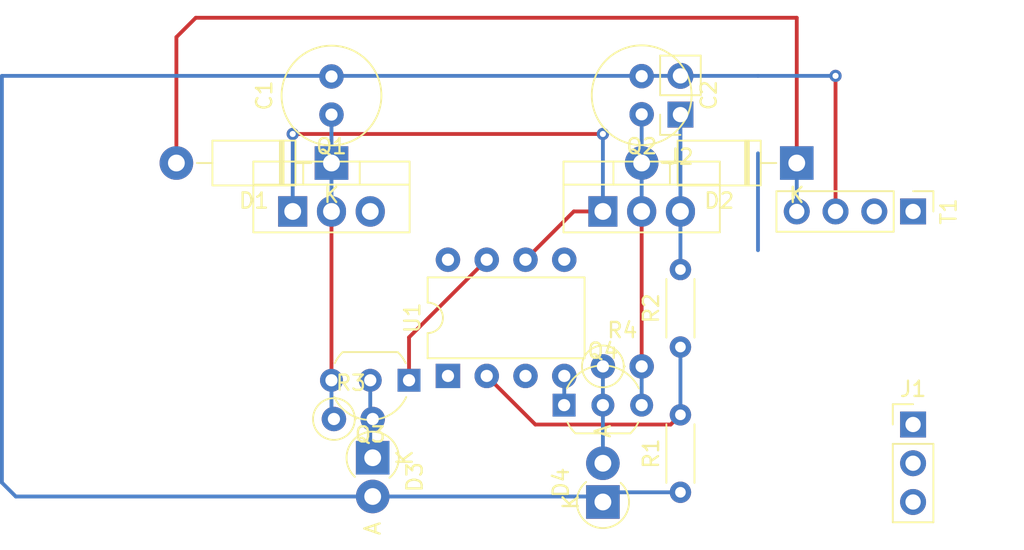
<source format=kicad_pcb>
(kicad_pcb (version 20211014) (generator pcbnew)
  (layers (0 "F.Cu" signal) (31 "B.Cu" signal) (34 "B.Paste" user) (35 "F.Paste" user) (36 "B.SilkS" user "B.Silkscreen") (37 "F.SilkS" user "F.Silkscreen") (38 "B.Mask" user) (39 "F.Mask" user) (44 "Edge.Cuts" user))
  (net 0 "")
  (net 1 "+VDC")
  (net 2 "GND")
  (net 3 "-VDC")
  (net 4 "Net-(D1-Pad2)")
  (net 5 "Net-(D3-Pad1)")
  (net 6 "Net-(D4-Pad2)")
  (net 7 "/Vout")
  (net 8 "+15V")
  (net 9 "-15V")
  (net 10 "VAC")
  (net 11 "GNDPWR")
  (net 13 "/left")
  (net 16 "/right")
  (net 17 "/ctrl")
  (net 18 "/fb")
  (footprint "Package_TO_SOT_THT:TO-220-3_Vertical" (layer "F.Cu") (at 66.04 88.9)
    (fp_text reference "Q2" (at 2.54 -4.27) (layer "F.SilkS"))
    (fp_text value "TIP30C")
    (fp_line (start 7.66 -3.27) (end 7.66 1.371) (layer "F.SilkS") (width 0.12))
    (fp_line (start -2.58 -3.27) (end -2.58 1.371) (layer "F.SilkS") (width 0.12))
    (fp_line (start -2.58 -3.27) (end 7.66 -3.27) (layer "F.SilkS") (width 0.12))
    (fp_line (start -2.58 1.371) (end 7.66 1.371) (layer "F.SilkS") (width 0.12))
    (fp_line (start 4.391 -3.27) (end 4.391 -1.76) (layer "F.SilkS") (width 0.12))
    (fp_line (start 0.69 -3.27) (end 0.69 -1.76) (layer "F.SilkS") (width 0.12))
    (fp_line (start -2.58 -1.76) (end 7.66 -1.76) (layer "F.SilkS") (width 0.12))
    (pad "1" thru_hole rect (at 0 0) (size 1.905 2) (drill 1.1) (layers *.Cu *.Mask) (net 17 "/ctrl"))
    (pad "2" thru_hole oval (at 2.54 0) (size 1.905 2) (drill 1.1) (layers *.Cu *.Mask) (net 3 "-VDC"))
    (pad "3" thru_hole oval (at 5.08 0) (size 1.905 2) (drill 1.1) (layers *.Cu *.Mask) (net 7 "/Vout"))
  )
  (footprint "Resistor_THT:R_Axial_DIN0204_L3.6mm_D1.6mm_P5.08mm_Horizontal" (layer "F.Cu") (at 71.12 97.79 90)
    (fp_text reference "R2" (at 2.54 -1.92 90) (layer "F.SilkS"))
    (fp_text value "100k")
    (fp_line (start 0.62 -0.92) (end 4.46 -0.92) (layer "F.SilkS") (width 0.12))
    (fp_line (start 0.62 0.92) (end 4.46 0.92) (layer "F.SilkS") (width 0.12))
    (pad "1" thru_hole circle (at 0 0 90) (size 1.4 1.4) (drill 0.7) (layers *.Cu *.Mask) (net 18 "/fb"))
    (pad "2" thru_hole oval (at 5.08 0 90) (size 1.4 1.4) (drill 0.7) (layers *.Cu *.Mask) (net 7 "/Vout"))
  )
  (footprint "Package_TO_SOT_THT:TO-220-3_Vertical" (layer "F.Cu") (at 45.72 88.9)
    (fp_text reference "Q1" (at 2.54 -4.27) (layer "F.SilkS"))
    (fp_text value "TIP29C")
    (fp_line (start -2.58 -1.76) (end 7.66 -1.76) (layer "F.SilkS") (width 0.12))
    (fp_line (start 7.66 -3.27) (end 7.66 1.371) (layer "F.SilkS") (width 0.12))
    (fp_line (start 4.391 -3.27) (end 4.391 -1.76) (layer "F.SilkS") (width 0.12))
    (fp_line (start 0.69 -3.27) (end 0.69 -1.76) (layer "F.SilkS") (width 0.12))
    (fp_line (start -2.58 1.371) (end 7.66 1.371) (layer "F.SilkS") (width 0.12))
    (fp_line (start -2.58 -3.27) (end 7.66 -3.27) (layer "F.SilkS") (width 0.12))
    (fp_line (start -2.58 -3.27) (end -2.58 1.371) (layer "F.SilkS") (width 0.12))
    (pad "1" thru_hole rect (at 0 0) (size 1.905 2) (drill 1.1) (layers *.Cu *.Mask) (net 17 "/ctrl"))
    (pad "2" thru_hole oval (at 2.54 0) (size 1.905 2) (drill 1.1) (layers *.Cu *.Mask) (net 1 "+VDC"))
    (pad "3" thru_hole oval (at 5.08 0) (size 1.905 2) (drill 1.1) (layers *.Cu *.Mask) (net 7 "/Vout"))
  )
  (footprint "Diode_THT:D_DO-41_SOD81_P10.16mm_Horizontal" (layer "F.Cu") (at 48.26 85.725 180)
    (fp_text reference "D1" (at 5.08 -2.47) (layer "F.SilkS"))
    (fp_text value "1N4004")
    (fp_text user "K" (at 0 -2.1) (layer "F.SilkS"))
    (fp_line (start 2.36 1.47) (end 7.8 1.47) (layer "F.SilkS") (width 0.12))
    (fp_line (start 3.26 -1.47) (end 3.26 1.47) (layer "F.SilkS") (width 0.12))
    (fp_line (start 7.8 -1.47) (end 2.36 -1.47) (layer "F.SilkS") (width 0.12))
    (fp_line (start 3.38 -1.47) (end 3.38 1.47) (layer "F.SilkS") (width 0.12))
    (fp_line (start 1.34 0) (end 2.36 0) (layer "F.SilkS") (width 0.12))
    (fp_line (start 3.14 -1.47) (end 3.14 1.47) (layer "F.SilkS") (width 0.12))
    (fp_line (start 8.82 0) (end 7.8 0) (layer "F.SilkS") (width 0.12))
    (fp_line (start 2.36 -1.47) (end 2.36 1.47) (layer "F.SilkS") (width 0.12))
    (fp_line (start 7.8 1.47) (end 7.8 -1.47) (layer "F.SilkS") (width 0.12))
    (pad "1" thru_hole rect (at 0 0 180) (size 2.2 2.2) (drill 1.1) (layers *.Cu *.Mask) (net 1 "+VDC"))
    (pad "2" thru_hole oval (at 10.16 0 180) (size 2.2 2.2) (drill 1.1) (layers *.Cu *.Mask) (net 4 "Net-(D1-Pad2)"))
  )
  (footprint "Connector_PinSocket_2.54mm:PinSocket_1x02_P2.54mm_Vertical" (layer "F.Cu") (at 71.12 82.55 180)
    (fp_text reference "J2" (at 0 -2.77) (layer "F.SilkS"))
    (fp_text value "Conn_01x02_Female")
    (fp_line (start -1.33 1.27) (end 1.33 1.27) (layer "F.SilkS") (width 0.12))
    (fp_line (start -1.33 1.27) (end -1.33 3.87) (layer "F.SilkS") (width 0.12))
    (fp_line (start 1.33 1.27) (end 1.33 3.87) (layer "F.SilkS") (width 0.12))
    (fp_line (start 0 -1.33) (end 1.33 -1.33) (layer "F.SilkS") (width 0.12))
    (fp_line (start -1.33 3.87) (end 1.33 3.87) (layer "F.SilkS") (width 0.12))
    (fp_line (start 1.33 -1.33) (end 1.33 0) (layer "F.SilkS") (width 0.12))
    (pad "1" thru_hole rect (at 0 0 180) (size 1.7 1.7) (drill 1) (layers *.Cu *.Mask) (net 7 "/Vout"))
    (pad "2" thru_hole oval (at 0 2.54 180) (size 1.7 1.7) (drill 1) (layers *.Cu *.Mask) (net 2 "GND"))
  )
  (footprint "Resistor_THT:R_Axial_DIN0204_L3.6mm_D1.6mm_P5.08mm_Horizontal" (layer "F.Cu") (at 71.12 107.315 90)
    (fp_text reference "R1" (at 2.54 -1.92 90) (layer "F.SilkS"))
    (fp_text value "470")
    (fp_line (start 0.62 -0.92) (end 4.46 -0.92) (layer "F.SilkS") (width 0.12))
    (fp_line (start 0.62 0.92) (end 4.46 0.92) (layer "F.SilkS") (width 0.12))
    (pad "1" thru_hole circle (at 0 0 90) (size 1.4 1.4) (drill 0.7) (layers *.Cu *.Mask) (net 2 "GND"))
    (pad "2" thru_hole oval (at 5.08 0 90) (size 1.4 1.4) (drill 0.7) (layers *.Cu *.Mask) (net 18 "/fb"))
  )
  (footprint "Capacitor_THT:C_Radial_D6.3mm_H5.0mm_P2.50mm" (layer "F.Cu") (at 68.58 80.03 -90)
    (fp_text reference "C2" (at 1.25 -4.4 90) (layer "F.SilkS"))
    (fp_text value "680uF")
    (fp_circle (center 1.25 0) (end 4.52 0) (layer "F.SilkS") (width 0.12) (fill none))
    (pad "1" thru_hole circle (at 0 0 270) (size 1.6 1.6) (drill 0.8) (layers *.Cu *.Mask) (net 2 "GND"))
    (pad "2" thru_hole circle (at 2.5 0 270) (size 1.6 1.6) (drill 0.8) (layers *.Cu *.Mask) (net 3 "-VDC"))
  )
  (footprint "Package_TO_SOT_THT:TO-92_Inline_Wide" (layer "F.Cu") (at 53.34 99.97 180)
    (fp_text reference "Q3" (at 2.54 -3.56) (layer "F.SilkS"))
    (fp_text value "2N3904")
    (fp_line (start 0.74 1.85) (end 4.34 1.85) (layer "F.SilkS") (width 0.12))
    (fp_arc (start 0.74 1.85) (mid 0.446097 1.509328) (end 0.215816 1.122795) (layer "F.SilkS") (width 0.12))
    (fp_arc (start 2.54 -2.6) (mid 3.936979 -2.192818) (end 4.8964 -1.098807) (layer "F.SilkS") (width 0.12))
    (fp_arc (start 4.864184 1.122795) (mid 4.633903 1.509328) (end 4.34 1.85) (layer "F.SilkS") (width 0.12))
    (fp_arc (start 0.1836 -1.098807) (mid 1.143021 -2.192817) (end 2.54 -2.6) (layer "F.SilkS") (width 0.12))
    (pad "1" thru_hole rect (at 0 0 180) (size 1.5 1.5) (drill 0.8) (layers *.Cu *.Mask) (net 8 "+15V"))
    (pad "2" thru_hole circle (at 2.54 0 180) (size 1.5 1.5) (drill 0.8) (layers *.Cu *.Mask) (net 5 "Net-(D3-Pad1)"))
    (pad "3" thru_hole circle (at 5.08 0 180) (size 1.5 1.5) (drill 0.8) (layers *.Cu *.Mask) (net 1 "+VDC"))
  )
  (footprint "Diode_THT:D_DO-41_SOD81_P10.16mm_Horizontal" (layer "F.Cu") (at 78.74 85.725 180)
    (fp_text reference "D2" (at 5.08 -2.47) (layer "F.SilkS"))
    (fp_text value "1N4004")
    (fp_text user "K" (at 0 -2.1) (layer "F.SilkS"))
    (fp_line (start 8.82 0) (end 7.8 0) (layer "F.SilkS") (width 0.12))
    (fp_line (start 2.36 -1.47) (end 2.36 1.47) (layer "F.SilkS") (width 0.12))
    (fp_line (start 3.14 -1.47) (end 3.14 1.47) (layer "F.SilkS") (width 0.12))
    (fp_line (start 7.8 -1.47) (end 2.36 -1.47) (layer "F.SilkS") (width 0.12))
    (fp_line (start 7.8 1.47) (end 7.8 -1.47) (layer "F.SilkS") (width 0.12))
    (fp_line (start 3.26 -1.47) (end 3.26 1.47) (layer "F.SilkS") (width 0.12))
    (fp_line (start 2.36 1.47) (end 7.8 1.47) (layer "F.SilkS") (width 0.12))
    (fp_line (start 1.34 0) (end 2.36 0) (layer "F.SilkS") (width 0.12))
    (fp_line (start 3.38 -1.47) (end 3.38 1.47) (layer "F.SilkS") (width 0.12))
    (pad "1" thru_hole rect (at 0 0 180) (size 2.2 2.2) (drill 1.1) (layers *.Cu *.Mask) (net 4 "Net-(D1-Pad2)"))
    (pad "2" thru_hole oval (at 10.16 0 180) (size 2.2 2.2) (drill 1.1) (layers *.Cu *.Mask) (net 3 "-VDC"))
  )
  (footprint "Resistor_THT:R_Axial_DIN0207_L6.3mm_D2.5mm_P2.54mm_Vertical" (layer "F.Cu") (at 66.04 99.06)
    (fp_text reference "R4" (at 1.27 -2.37) (layer "F.SilkS"))
    (fp_text value "10k")
    (fp_line (start 1.37 0) (end 1.44 0) (layer "F.SilkS") (width 0.12))
    (fp_circle (center 0 0) (end 1.37 0) (layer "F.SilkS") (width 0.12) (fill none))
    (pad "1" thru_hole circle (at 0 0) (size 1.6 1.6) (drill 0.8) (layers *.Cu *.Mask) (net 6 "Net-(D4-Pad2)"))
    (pad "2" thru_hole oval (at 2.54 0) (size 1.6 1.6) (drill 0.8) (layers *.Cu *.Mask) (net 3 "-VDC"))
  )
  (footprint "Diode_THT:D_DO-41_SOD81_P2.54mm_Vertical_AnodeUp" (layer "F.Cu") (at 66.04 107.95 90)
    (fp_text reference "D4" (at 1.27 -2.750635 90) (layer "F.SilkS"))
    (fp_text value "15V")
    (fp_text user "A" (at 4.64 0 90) (layer "F.SilkS"))
    (fp_text user "K" (at 0 -2.1 90) (layer "F.SilkS"))
    (fp_arc (start 1.251551 1.167366) (mid -1.710877 -0.044974) (end 1.311153 -1.1) (layer "F.SilkS") (width 0.12))
    (pad "1" thru_hole rect (at 0 0 90) (size 2.2 2.2) (drill 1.1) (layers *.Cu *.Mask) (net 2 "GND"))
    (pad "2" thru_hole oval (at 2.54 0 90) (size 2.2 2.2) (drill 1.1) (layers *.Cu *.Mask) (net 6 "Net-(D4-Pad2)"))
  )
  (footprint "Connector_PinHeader_2.54mm:PinHeader_1x03_P2.54mm_Vertical" (layer "F.Cu") (at 86.36 102.87)
    (fp_text reference "J1" (at 0 -2.33) (layer "F.SilkS"))
    (fp_text value "AudioPlug3")
    (fp_line (start -1.33 0) (end -1.33 -1.33) (layer "F.SilkS") (width 0.12))
    (fp_line (start -1.33 1.27) (end -1.33 6.41) (layer "F.SilkS") (width 0.12))
    (fp_line (start -1.33 1.27) (end 1.33 1.27) (layer "F.SilkS") (width 0.12))
    (fp_line (start -1.33 6.41) (end 1.33 6.41) (layer "F.SilkS") (width 0.12))
    (fp_line (start 1.33 1.27) (end 1.33 6.41) (layer "F.SilkS") (width 0.12))
    (fp_line (start -1.33 -1.33) (end 0 -1.33) (layer "F.SilkS") (width 0.12))
    (pad "1" thru_hole rect (at 0 0) (size 1.7 1.7) (drill 1) (layers *.Cu *.Mask) (net 13 "/left"))
    (pad "2" thru_hole oval (at 0 2.54) (size 1.7 1.7) (drill 1) (layers *.Cu *.Mask) (net 2 "GND"))
    (pad "3" thru_hole oval (at 0 5.08) (size 1.7 1.7) (drill 1) (layers *.Cu *.Mask) (net 16 "/right"))
  )
  (footprint "Package_TO_SOT_THT:TO-92_Inline_Wide" (layer "F.Cu") (at 63.5 101.6)
    (fp_text reference "Q4" (at 2.54 -3.56) (layer "F.SilkS"))
    (fp_text value "2N3906")
    (fp_line (start 0.74 1.85) (end 4.34 1.85) (layer "F.SilkS") (width 0.12))
    (fp_arc (start 4.864184 1.122795) (mid 4.633903 1.509328) (end 4.34 1.85) (layer "F.SilkS") (width 0.12))
    (fp_arc (start 2.54 -2.6) (mid 3.936979 -2.192818) (end 4.8964 -1.098807) (layer "F.SilkS") (width 0.12))
    (fp_arc (start 0.74 1.85) (mid 0.446097 1.509328) (end 0.215816 1.122795) (layer "F.SilkS") (width 0.12))
    (fp_arc (start 0.1836 -1.098807) (mid 1.143021 -2.192817) (end 2.54 -2.6) (layer "F.SilkS") (width 0.12))
    (pad "1" thru_hole rect (at 0 0) (size 1.5 1.5) (drill 0.8) (layers *.Cu *.Mask) (net 9 "-15V"))
    (pad "2" thru_hole circle (at 2.54 0) (size 1.5 1.5) (drill 0.8) (layers *.Cu *.Mask) (net 6 "Net-(D4-Pad2)"))
    (pad "3" thru_hole circle (at 5.08 0) (size 1.5 1.5) (drill 0.8) (layers *.Cu *.Mask) (net 3 "-VDC"))
  )
  (footprint "Diode_THT:D_DO-41_SOD81_P2.54mm_Vertical_AnodeUp" (layer "F.Cu") (at 50.96 105.05 -90)
    (fp_text reference "D3" (at 1.27 -2.750635 -90) (layer "F.SilkS"))
    (fp_text value "15V")
    (fp_text user "K" (at 0 -2.1 90) (layer "F.SilkS"))
    (fp_text user "A" (at 4.64 0 -90) (layer "F.SilkS"))
    (fp_arc (start 1.251551 1.167366) (mid -1.710877 -0.044974) (end 1.311153 -1.1) (layer "F.SilkS") (width 0.12))
    (pad "1" thru_hole rect (at 0 0 270) (size 2.2 2.2) (drill 1.1) (layers *.Cu *.Mask) (net 5 "Net-(D3-Pad1)"))
    (pad "2" thru_hole oval (at 2.54 0 270) (size 2.2 2.2) (drill 1.1) (layers *.Cu *.Mask) (net 2 "GND"))
  )
  (footprint "Capacitor_THT:C_Radial_D6.3mm_H5.0mm_P2.50mm" (layer "F.Cu") (at 48.26 82.55 90)
    (fp_text reference "C1" (at 1.25 -4.4 90) (layer "F.SilkS"))
    (fp_text value "680uF")
    (fp_circle (center 1.25 0) (end 4.52 0) (layer "F.SilkS") (width 0.12) (fill none))
    (pad "1" thru_hole circle (at 0 0 90) (size 1.6 1.6) (drill 0.8) (layers *.Cu *.Mask) (net 1 "+VDC"))
    (pad "2" thru_hole circle (at 2.5 0 90) (size 1.6 1.6) (drill 0.8) (layers *.Cu *.Mask) (net 2 "GND"))
  )
  (footprint "Resistor_THT:R_Axial_DIN0207_L6.3mm_D2.5mm_P2.54mm_Vertical" (layer "F.Cu") (at 48.42 102.51)
    (fp_text reference "R3" (at 1.11 -2.37) (layer "F.SilkS"))
    (fp_text value "10k")
    (fp_line (start 1.37 0) (end 1.44 0) (layer "F.SilkS") (width 0.12))
    (fp_circle (center 0 0) (end 1.37 0) (layer "F.SilkS") (width 0.12) (fill none))
    (pad "1" thru_hole circle (at 0 0) (size 1.6 1.6) (drill 0.8) (layers *.Cu *.Mask) (net 1 "+VDC"))
    (pad "2" thru_hole oval (at 2.54 0) (size 1.6 1.6) (drill 0.8) (layers *.Cu *.Mask) (net 5 "Net-(D3-Pad1)"))
  )
  (footprint "Package_DIP:DIP-8_W7.62mm" (layer "F.Cu") (at 55.89 99.685 90)
    (fp_text reference "U1" (at 3.81 -2.33 90) (layer "F.SilkS"))
    (fp_text value "LM741")
    (fp_line (start 6.46 8.95) (end 6.46 -1.33) (layer "F.SilkS") (width 0.12))
    (fp_line (start 6.46 -1.33) (end 4.81 -1.33) (layer "F.SilkS") (width 0.12))
    (fp_line (start 1.16 8.95) (end 6.46 8.95) (layer "F.SilkS") (width 0.12))
    (fp_line (start 2.81 -1.33) (end 1.16 -1.33) (layer "F.SilkS") (width 0.12))
    (fp_line (start 1.16 -1.33) (end 1.16 8.95) (layer "F.SilkS") (width 0.12))
    (fp_arc (start 4.81 -1.33) (mid 3.81 -0.33) (end 2.81 -1.33) (layer "F.SilkS") (width 0.12))
    (pad "1" thru_hole rect (at 0 0 90) (size 1.6 1.6) (drill 0.8) (layers *.Cu *.Mask))
    (pad "2" thru_hole oval (at 0 2.54 90) (size 1.6 1.6) (drill 0.8) (layers *.Cu *.Mask) (net 18 "/fb"))
    (pad "3" thru_hole oval (at 0 5.08 90) (size 1.6 1.6) (drill 0.8) (layers *.Cu *.Mask) (net 13 "/left"))
    (pad "4" thru_hole oval (at 0 7.62 90) (size 1.6 1.6) (drill 0.8) (layers *.Cu *.Mask) (net 9 "-15V"))
    (pad "5" thru_hole oval (at 7.62 7.62 90) (size 1.6 1.6) (drill 0.8) (layers *.Cu *.Mask))
    (pad "6" thru_hole oval (at 7.62 5.08 90) (size 1.6 1.6) (drill 0.8) (layers *.Cu *.Mask) (net 17 "/ctrl"))
    (pad "7" thru_hole oval (at 7.62 2.54 90) (size 1.6 1.6) (drill 0.8) (layers *.Cu *.Mask) (net 8 "+15V"))
    (pad "8" thru_hole oval (at 7.62 0 90) (size 1.6 1.6) (drill 0.8) (layers *.Cu *.Mask))
  )
  (footprint "Connector_PinHeader_2.54mm:PinHeader_1x04_P2.54mm_Vertical" (layer "F.Cu") (at 86.36 88.9 -90)
    (fp_text reference "T1" (at 0 -2.33 90) (layer "F.SilkS"))
    (fp_text value "Transformer_1P_1S")
    (fp_line (start -1.33 1.27) (end -1.33 8.95) (layer "F.SilkS") (width 0.12))
    (fp_line (start 1.33 1.27) (end 1.33 8.95) (layer "F.SilkS") (width 0.12))
    (fp_line (start -1.33 -1.33) (end 0 -1.33) (layer "F.SilkS") (width 0.12))
    (fp_line (start -1.33 1.27) (end 1.33 1.27) (layer "F.SilkS") (width 0.12))
    (fp_line (start -1.33 0) (end -1.33 -1.33) (layer "F.SilkS") (width 0.12))
    (fp_line (start -1.33 8.95) (end 1.33 8.95) (layer "F.SilkS") (width 0.12))
    (pad "1" thru_hole rect (at 0 0 270) (size 1.7 1.7) (drill 1) (layers *.Cu *.Mask) (net 10 "VAC"))
    (pad "2" thru_hole oval (at 0 2.54 270) (size 1.7 1.7) (drill 1) (layers *.Cu *.Mask) (net 11 "GNDPWR"))
    (pad "3" thru_hole oval (at 0 5.08 270) (size 1.7 1.7) (drill 1) (layers *.Cu *.Mask) (net 2 "GND"))
    (pad "4" thru_hole oval (at 0 7.62 270) (size 1.7 1.7) (drill 1) (layers *.Cu *.Mask) (net 4 "Net-(D1-Pad2)"))
  )
  (segment (start 76.2 85.09) (end 76.2 91.44) (width 0.25) (layer "B.Cu") (net 0))
  (segment (start 48.26 88.9) (end 48.26 99.97) (width 0.25) (layer "F.Cu") (net 1))
  (segment (start 48.26 82.53) (end 48.26 88.9) (width 0.25) (layer "B.Cu") (net 1))
  (segment (start 48.26 99.97) (end 48.26 102.35) (width 0.25) (layer "B.Cu") (net 1))
  (segment (start 48.26 102.35) (end 48.42 102.51) (width 0.25) (layer "B.Cu") (net 1))
  (segment (start 81.28 80.01) (end 81.28 88.9) (width 0.25) (layer "F.Cu") (net 2))
  (via (at 81.28 80.01) (size 0.8) (drill 0.4) (layers "F.Cu" "B.Cu") (net 2))
  (segment (start 81.28 80.01) (end 76.2 80.01) (width 0.25) (layer "B.Cu") (net 2))
  (segment (start 26.67 106.68) (end 26.67 80.01) (width 0.25) (layer "B.Cu") (net 2))
  (segment (start 65.68 107.59) (end 66.04 107.95) (width 0.25) (layer "B.Cu") (net 2))
  (segment (start 66.675 107.315) (end 66.04 107.95) (width 0.25) (layer "B.Cu") (net 2))
  (segment (start 50.96 107.59) (end 65.68 107.59) (width 0.25) (layer "B.Cu") (net 2))
  (segment (start 27.58 107.59) (end 26.67 106.68) (width 0.25) (layer "B.Cu") (net 2))
  (segment (start 26.67 80.01) (end 71.12 80.01) (width 0.25) (layer "B.Cu") (net 2))
  (segment (start 76.2 80.01) (end 71.12 80.01) (width 0.25) (layer "B.Cu") (net 2))
  (segment (start 71.12 107.315) (end 66.675 107.315) (width 0.25) (layer "B.Cu") (net 2))
  (segment (start 50.96 107.59) (end 27.58 107.59) (width 0.25) (layer "B.Cu") (net 2))
  (segment (start 68.58 99.06) (end 68.58 88.9) (width 0.25) (layer "F.Cu") (net 3))
  (segment (start 68.58 82.53) (end 68.58 88.9) (width 0.25) (layer "B.Cu") (net 3))
  (segment (start 68.58 101.6) (end 68.58 99.06) (width 0.25) (layer "B.Cu") (net 3))
  (segment (start 38.1 77.47) (end 38.1 85.725) (width 0.25) (layer "F.Cu") (net 4))
  (segment (start 78.74 85.725) (end 78.74 76.2) (width 0.25) (layer "F.Cu") (net 4))
  (segment (start 78.74 76.2) (end 39.37 76.2) (width 0.25) (layer "F.Cu") (net 4))
  (segment (start 39.37 76.2) (end 38.1 77.47) (width 0.25) (layer "F.Cu") (net 4))
  (segment (start 78.74 88.9) (end 78.74 85.725) (width 0.25) (layer "B.Cu") (net 4))
  (segment (start 50.8 104.89) (end 50.96 105.05) (width 0.25) (layer "B.Cu") (net 5))
  (segment (start 50.8 99.97) (end 50.8 104.89) (width 0.25) (layer "B.Cu") (net 5))
  (segment (start 66.04 99.06) (end 66.04 105.41) (width 0.25) (layer "B.Cu") (net 6))
  (segment (start 71.12 82.55) (end 71.12 88.9) (width 0.25) (layer "B.Cu") (net 7))
  (segment (start 71.12 92.71) (end 71.12 88.9) (width 0.25) (layer "B.Cu") (net 7))
  (segment (start 53.34 97.155) (end 58.43 92.065) (width 0.25) (layer "F.Cu") (net 8))
  (segment (start 53.34 99.97) (end 53.34 97.155) (width 0.25) (layer "F.Cu") (net 8))
  (segment (start 63.51 101.59) (end 63.5 101.6) (width 0.25) (layer "B.Cu") (net 9))
  (segment (start 63.51 99.685) (end 63.51 101.59) (width 0.25) (layer "B.Cu") (net 9))
  (segment (start 45.72 83.82) (end 66.04 83.82) (width 0.25) (layer "F.Cu") (net 17))
  (segment (start 64.135 88.9) (end 60.97 92.065) (width 0.25) (layer "F.Cu") (net 17))
  (segment (start 66.04 88.9) (end 64.135 88.9) (width 0.25) (layer "F.Cu") (net 17))
  (via (at 66.04 83.82) (size 0.8) (drill 0.4) (layers "F.Cu" "B.Cu") (net 17))
  (via (at 45.72 83.82) (size 0.8) (drill 0.4) (layers "F.Cu" "B.Cu") (net 17))
  (segment (start 66.04 83.82) (end 66.04 88.9) (width 0.25) (layer "B.Cu") (net 17))
  (segment (start 45.72 88.9) (end 45.72 83.82) (width 0.25) (layer "B.Cu") (net 17))
  (segment (start 70.485 102.87) (end 61.615 102.87) (width 0.25) (layer "F.Cu") (net 18))
  (segment (start 61.615 102.87) (end 58.43 99.685) (width 0.25) (layer "F.Cu") (net 18))
  (segment (start 71.12 102.235) (end 70.485 102.87) (width 0.25) (layer "F.Cu") (net 18))
  (segment (start 71.12 97.79) (end 71.12 102.235) (width 0.25) (layer "B.Cu") (net 18))
)
</source>
